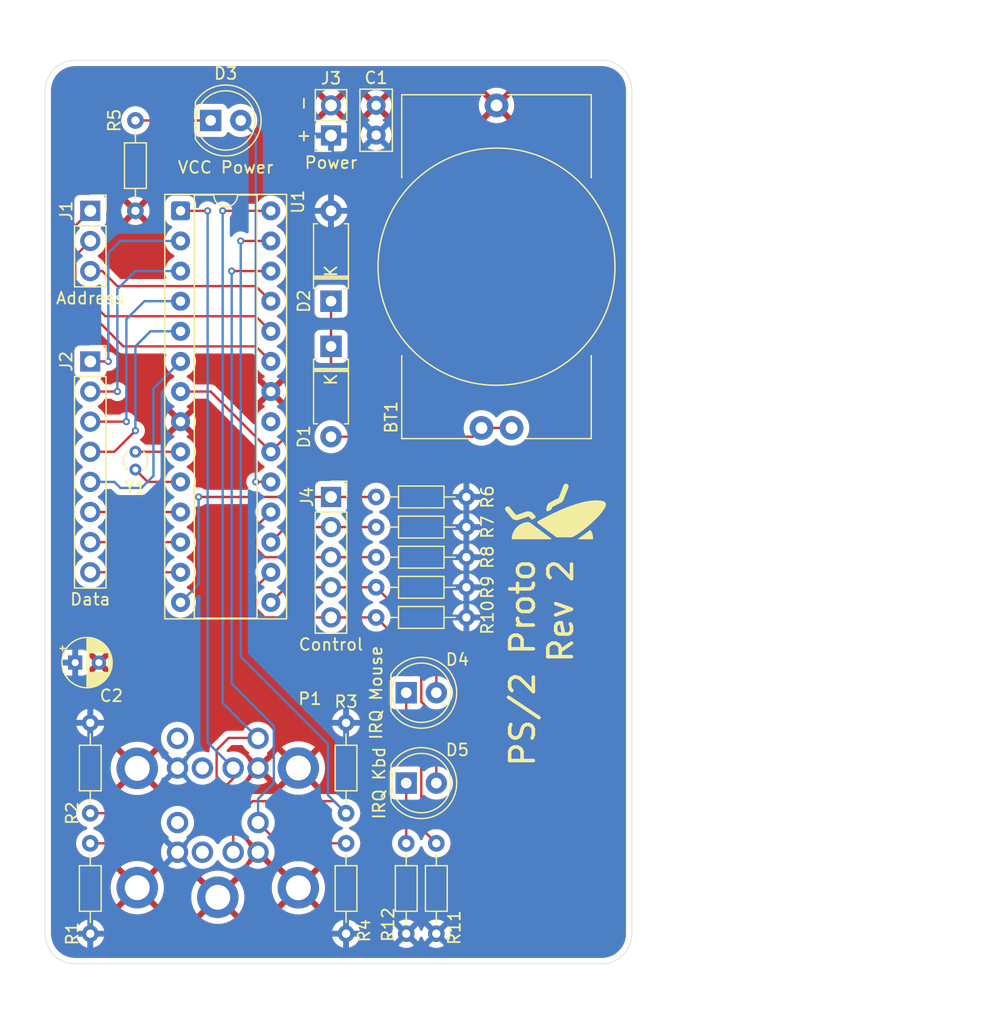
<source format=kicad_pcb>
(kicad_pcb (version 20241229) (generator "pcbnew") (generator_version "9.0")
  (layers (0 "F.Cu" signal) (2 "B.Cu" signal) (13 "F.Paste" user) (15 "B.Paste" user) (5 "F.SilkS" user "F.Silkscreen") (7 "B.SilkS" user "B.Silkscreen") (1 "F.Mask" user) (3 "B.Mask" user) (25 "Edge.Cuts" user))
  (net 0 "")
  (net 1 "VCC")
  (net 2 "GND")
  (net 3 "Net-(BT1-+)")
  (net 4 "Net-(D1-K)")
  (net 5 "/PS2_M_CLK")
  (net 6 "/PS2_M_DATA")
  (net 7 "/PS2_KB_CLK")
  (net 8 "/PS2_KB_DATA")
  (net 9 "/A1")
  (net 10 "/D0")
  (net 11 "/D2")
  (net 12 "/D3")
  (net 13 "/D5")
  (net 14 "/~{INT_PS2_KB}")
  (net 15 "/A2")
  (net 16 "/~{RD}")
  (net 17 "/A0")
  (net 18 "/D6")
  (net 19 "/~{INT_PS2_M}")
  (net 20 "/D7")
  (net 21 "/D1")
  (net 22 "/~{WR}")
  (net 23 "/~{PS2_EN}")
  (net 24 "/D4")
  (net 25 "Net-(D3-A)")
  (net 26 "Net-(D3-K)")
  (net 27 "Net-(D4-K)")
  (net 28 "Net-(D5-K)")
  (net 33 "Net-(U1-XTAL1{slash}PB6)")
  (net 35 "Net-(U1-XTAL2{slash}PB7)")
  (footprint "Connector_PinSocket_2.54mm:PinSocket_1x03_P2.54mm_Vertical" (layer "F.Cu") (at 24.13 132.08)
    (property "Reference" "J1" (at -2.032 0 90) (layer "F.SilkS"))
    (property "Value" "Address" (at 0 7.366 0) (layer "F.SilkS"))
    (pad "1" thru_hole rect (at 0 0) (size 1.7 1.7) (drill 1) (layers "*.Cu" "*.Mask") (net 17 "/A0"))
    (pad "2" thru_hole circle (at 0 2.54) (size 1.7 1.7) (drill 1) (layers "*.Cu" "*.Mask") (net 9 "/A1"))
    (pad "3" thru_hole circle (at 0 5.08) (size 1.7 1.7) (drill 1) (layers "*.Cu" "*.Mask") (net 15 "/A2"))
  )
  (footprint "Package_DIP:DIP-28_W7.62mm_Socket" (layer "F.Cu") (at 31.75 132.08)
    (property "Reference" "U1" (at 9.906 -0.762 90) (layer "F.SilkS"))
    (property "Value" "ATmega88")
    (pad "1" thru_hole roundrect (at 0 0) (size 1.6 1.6) (drill 0.8) (layers "*.Cu" "*.Mask") (roundrect_rratio 0.15625) (net 6 "/PS2_M_DATA"))
    (pad "2" thru_hole circle (at 0 2.54) (size 1.6 1.6) (drill 0.8) (layers "*.Cu" "*.Mask") (net 10 "/D0"))
    (pad "3" thru_hole circle (at 0 5.08) (size 1.6 1.6) (drill 0.8) (layers "*.Cu" "*.Mask") (net 21 "/D1"))
    (pad "4" thru_hole circle (at 0 7.62) (size 1.6 1.6) (drill 0.8) (layers "*.Cu" "*.Mask") (net 11 "/D2"))
    (pad "5" thru_hole circle (at 0 10.16) (size 1.6 1.6) (drill 0.8) (layers "*.Cu" "*.Mask") (net 12 "/D3"))
    (pad "6" thru_hole circle (at 0 12.7) (size 1.6 1.6) (drill 0.8) (layers "*.Cu" "*.Mask") (net 24 "/D4"))
    (pad "7" thru_hole circle (at 0 15.24) (size 1.6 1.6) (drill 0.8) (layers "*.Cu" "*.Mask") (net 4 "Net-(D1-K)"))
    (pad "8" thru_hole circle (at 0 17.78) (size 1.6 1.6) (drill 0.8) (layers "*.Cu" "*.Mask") (net 2 "GND"))
    (pad "9" thru_hole circle (at 0 20.32) (size 1.6 1.6) (drill 0.8) (layers "*.Cu" "*.Mask") (net 33 "Net-(U1-XTAL1{slash}PB6)"))
    (pad "10" thru_hole circle (at 0 22.86) (size 1.6 1.6) (drill 0.8) (layers "*.Cu" "*.Mask") (net 35 "Net-(U1-XTAL2{slash}PB7)"))
    (pad "11" thru_hole circle (at 0 25.4) (size 1.6 1.6) (drill 0.8) (layers "*.Cu" "*.Mask") (net 13 "/D5"))
    (pad "12" thru_hole circle (at 0 27.94) (size 1.6 1.6) (drill 0.8) (layers "*.Cu" "*.Mask") (net 18 "/D6"))
    (pad "13" thru_hole circle (at 0 30.48) (size 1.6 1.6) (drill 0.8) (layers "*.Cu" "*.Mask") (net 20 "/D7"))
    (pad "14" thru_hole circle (at 0 33.02) (size 1.6 1.6) (drill 0.8) (layers "*.Cu" "*.Mask") (net 23 "/~{PS2_EN}"))
    (pad "15" thru_hole circle (at 7.62 33.02) (size 1.6 1.6) (drill 0.8) (layers "*.Cu" "*.Mask") (net 19 "/~{INT_PS2_M}"))
    (pad "16" thru_hole circle (at 7.62 30.48) (size 1.6 1.6) (drill 0.8) (layers "*.Cu" "*.Mask") (net 14 "/~{INT_PS2_KB}"))
    (pad "17" thru_hole circle (at 7.62 27.94) (size 1.6 1.6) (drill 0.8) (layers "*.Cu" "*.Mask") (net 16 "/~{RD}"))
    (pad "18" thru_hole circle (at 7.62 25.4) (size 1.6 1.6) (drill 0.8) (layers "*.Cu" "*.Mask") (net 22 "/~{WR}"))
    (pad "19" thru_hole circle (at 7.62 22.86) (size 1.6 1.6) (drill 0.8) (layers "*.Cu" "*.Mask") (net 25 "Net-(D3-A)"))
    (pad "20" thru_hole circle (at 7.62 20.32) (size 1.6 1.6) (drill 0.8) (layers "*.Cu" "*.Mask") (net 4 "Net-(D1-K)"))
    (pad "21" thru_hole circle (at 7.62 17.78) (size 1.6 1.6) (drill 0.8) (layers "*.Cu" "*.Mask"))
    (pad "22" thru_hole circle (at 7.62 15.24) (size 1.6 1.6) (drill 0.8) (layers "*.Cu" "*.Mask") (net 2 "GND"))
    (pad "23" thru_hole circle (at 7.62 12.7) (size 1.6 1.6) (drill 0.8) (layers "*.Cu" "*.Mask") (net 17 "/A0"))
    (pad "24" thru_hole circle (at 7.62 10.16) (size 1.6 1.6) (drill 0.8) (layers "*.Cu" "*.Mask") (net 9 "/A1"))
    (pad "25" thru_hole circle (at 7.62 7.62) (size 1.6 1.6) (drill 0.8) (layers "*.Cu" "*.Mask") (net 15 "/A2"))
    (pad "26" thru_hole circle (at 7.62 5.08) (size 1.6 1.6) (drill 0.8) (layers "*.Cu" "*.Mask") (net 7 "/PS2_KB_CLK"))
    (pad "27" thru_hole circle (at 7.62 2.54) (size 1.6 1.6) (drill 0.8) (layers "*.Cu" "*.Mask") (net 8 "/PS2_KB_DATA"))
    (pad "28" thru_hole circle (at 7.62 0) (size 1.6 1.6) (drill 0.8) (layers "*.Cu" "*.Mask") (net 5 "/PS2_M_CLK"))
  )
  (footprint "Resistor_THT:R_Axial_DIN0204_L3.6mm_D1.6mm_P7.62mm_Horizontal" (layer "F.Cu") (at 48.26 158.75)
    (property "Reference" "R7" (at 9.398 0 90) (layer "F.SilkS"))
    (property "Value" "10k" (hide yes))
    (pad "1" thru_hole circle (at 0 0) (size 1.4 1.4) (drill 0.7) (layers "*.Cu" "*.Mask") (net 16 "/~{RD}"))
    (pad "2" thru_hole oval (at 7.62 0) (size 1.4 1.4) (drill 0.7) (layers "*.Cu" "*.Mask") (net 1 "VCC"))
  )
  (footprint "Resistor_THT:R_Axial_DIN0204_L3.6mm_D1.6mm_P7.62mm_Horizontal" (layer "F.Cu") (at 27.94 132.08 90)
    (property "Reference" "R5" (at 7.62 -1.778 90) (layer "F.SilkS"))
    (property "Value" "470" (hide yes))
    (pad "1" thru_hole circle (at 0 0 90) (size 1.4 1.4) (drill 0.7) (layers "*.Cu" "*.Mask") (net 2 "GND"))
    (pad "2" thru_hole oval (at 7.62 0 90) (size 1.4 1.4) (drill 0.7) (layers "*.Cu" "*.Mask") (net 26 "Net-(D3-K)"))
  )
  (footprint "PS2:HU2032-CoinCellHolder" (layer "F.Cu") (at 58.42 136.79 90)
    (property "Reference" "BT1" (at -12.7 -8.89 90) (layer "F.SilkS"))
    (property "Value" "2032")
    (pad "1" thru_hole circle (at -13.6 -1.27 90) (size 2 2) (drill 1) (layers "*.Cu" "*.Mask") (net 3 "Net-(BT1-+)"))
    (pad "1" thru_hole circle (at -13.6 1.27 90) (size 2 2) (drill 1) (layers "*.Cu" "*.Mask") (net 3 "Net-(BT1-+)"))
    (pad "2" thru_hole circle (at 13.6 0 90) (size 2 2) (drill 1) (layers "*.Cu" "*.Mask") (net 2 "GND"))
  )
  (footprint "PS2:2xPS2-Mini-Din" (layer "F.Cu") (at 34.895 194.67)
    (property "Reference" "P1" (at 7.777 -21.442 0) (layer "F.SilkS"))
    (property "Value" "~" (hide yes))
    (pad "1" thru_hole circle (at 1.3 -15.6 180) (size 1.8 1.8) (drill 1.1) (layers "*.Cu" "*.Mask") (net 6 "/PS2_M_DATA"))
    (pad "2" thru_hole circle (at -1.3 -15.6 180) (size 1.8 1.8) (drill 1.1) (layers "*.Cu" "*.Mask"))
    (pad "3" thru_hole circle (at 3.4 -15.6 180) (size 1.8 1.8) (drill 1.1) (layers "*.Cu" "*.Mask") (net 2 "GND"))
    (pad "4" thru_hole circle (at -3.4 -15.6 180) (size 1.8 1.8) (drill 1.1) (layers "*.Cu" "*.Mask") (net 1 "VCC"))
    (pad "5" thru_hole circle (at 3.4 -18.1 180) (size 1.8 1.8) (drill 1.1) (layers "*.Cu" "*.Mask") (net 5 "/PS2_M_CLK"))
    (pad "6" thru_hole circle (at -3.4 -18.1 180) (size 1.8 1.8) (drill 1.1) (layers "*.Cu" "*.Mask"))
    (pad "7" thru_hole circle (at 1.3 -8.5 180) (size 1.8 1.8) (drill 1.1) (layers "*.Cu" "*.Mask") (net 8 "/PS2_KB_DATA"))
    (pad "8" thru_hole circle (at -1.3 -8.5 180) (size 1.8 1.8) (drill 1.1) (layers "*.Cu" "*.Mask"))
    (pad "9" thru_hole circle (at 3.4 -8.5 180) (size 1.8 1.8) (drill 1.1) (layers "*.Cu" "*.Mask") (net 2 "GND"))
    (pad "10" thru_hole circle (at -3.4 -8.5 180) (size 1.8 1.8) (drill 1.1) (layers "*.Cu" "*.Mask") (net 1 "VCC"))
    (pad "11" thru_hole circle (at 3.4 -11 180) (size 1.8 1.8) (drill 1.1) (layers "*.Cu" "*.Mask") (net 7 "/PS2_KB_CLK"))
    (pad "12" thru_hole circle (at -3.4 -11 180) (size 1.8 1.8) (drill 1.1) (layers "*.Cu" "*.Mask"))
    (pad "G" thru_hole circle (at -6.8 -15.57) (size 3.5 3.5) (drill 2.1) (layers "*.Cu" "*.Mask") (net 2 "GND"))
    (pad "G" thru_hole circle (at -6.8 -5.51) (size 3.5 3.5) (drill 2.1) (layers "*.Cu" "*.Mask") (net 2 "GND"))
    (pad "G" thru_hole circle (at 0 -4.7) (size 3.5 3.5) (drill 2.1) (layers "*.Cu" "*.Mask") (net 2 "GND"))
    (pad "G" thru_hole circle (at 6.8 -15.6) (size 3.5 3.5) (drill 2.1) (layers "*.Cu" "*.Mask") (net 2 "GND"))
    (pad "G" thru_hole circle (at 6.8 -5.5) (size 3.5 3.5) (drill 2.1) (layers "*.Cu" "*.Mask") (net 2 "GND"))
  )
  (footprint "LED_THT:LED_D5.0mm" (layer "F.Cu") (at 50.8 172.72)
    (property "Reference" "D4" (at 4.318 -2.794 0) (layer "F.SilkS"))
    (property "Value" "IRQ Mouse" (at -2.54 0 90) (layer "F.SilkS"))
    (pad "1" thru_hole rect (at 0 0) (size 1.8 1.8) (drill 0.9) (layers "*.Cu" "*.Mask") (net 27 "Net-(D4-K)"))
    (pad "2" thru_hole circle (at 2.54 0) (size 1.8 1.8) (drill 0.9) (layers "*.Cu" "*.Mask") (net 19 "/~{INT_PS2_M}"))
  )
  (footprint "Resistor_THT:R_Axial_DIN0204_L3.6mm_D1.6mm_P7.62mm_Horizontal" (layer "F.Cu") (at 48.26 156.21)
    (property "Reference" "R6" (at 9.398 0 90) (layer "F.SilkS"))
    (property "Value" "10k" (hide yes))
    (pad "1" thru_hole circle (at 0 0) (size 1.4 1.4) (drill 0.7) (layers "*.Cu" "*.Mask") (net 23 "/~{PS2_EN}"))
    (pad "2" thru_hole oval (at 7.62 0) (size 1.4 1.4) (drill 0.7) (layers "*.Cu" "*.Mask") (net 1 "VCC"))
  )
  (footprint "Resistor_THT:R_Axial_DIN0204_L3.6mm_D1.6mm_P7.62mm_Horizontal" (layer "F.Cu") (at 48.26 166.37)
    (property "Reference" "R10" (at 9.398 0 90) (layer "F.SilkS"))
    (property "Value" "10k" (hide yes))
    (pad "1" thru_hole circle (at 0 0) (size 1.4 1.4) (drill 0.7) (layers "*.Cu" "*.Mask") (net 14 "/~{INT_PS2_KB}"))
    (pad "2" thru_hole oval (at 7.62 0) (size 1.4 1.4) (drill 0.7) (layers "*.Cu" "*.Mask") (net 1 "VCC"))
  )
  (footprint "Capacitor_THT:CP_Radial_D4.0mm_P2.00mm" (layer "F.Cu") (at 22.86 170.18)
    (property "Reference" "C2" (at 3.048 2.794 0) (layer "F.SilkS"))
    (property "Value" "10u" (hide yes))
    (pad "1" thru_hole rect (at 0 0) (size 1.2 1.2) (drill 0.6) (layers "*.Cu" "*.Mask") (net 1 "VCC"))
    (pad "2" thru_hole circle (at 2 0) (size 1.2 1.2) (drill 0.6) (layers "*.Cu" "*.Mask") (net 2 "GND"))
  )
  (footprint "Resistor_THT:R_Axial_DIN0204_L3.6mm_D1.6mm_P7.62mm_Horizontal" (layer "F.Cu") (at 48.26 161.29)
    (property "Reference" "R8" (at 9.398 0 90) (layer "F.SilkS"))
    (property "Value" "10k" (hide yes))
    (pad "1" thru_hole circle (at 0 0) (size 1.4 1.4) (drill 0.7) (layers "*.Cu" "*.Mask") (net 22 "/~{WR}"))
    (pad "2" thru_hole oval (at 7.62 0) (size 1.4 1.4) (drill 0.7) (layers "*.Cu" "*.Mask") (net 1 "VCC"))
  )
  (footprint "Resistor_THT:R_Axial_DIN0204_L3.6mm_D1.6mm_P7.62mm_Horizontal" (layer "F.Cu") (at 45.72 185.42 -90)
    (property "Reference" "R4" (at 7.366 -1.524 270) (layer "F.SilkS"))
    (property "Value" "10k" (hide yes))
    (pad "1" thru_hole circle (at 0 0 270) (size 1.4 1.4) (drill 0.7) (layers "*.Cu" "*.Mask") (net 7 "/PS2_KB_CLK"))
    (pad "2" thru_hole oval (at 7.62 0 270) (size 1.4 1.4) (drill 0.7) (layers "*.Cu" "*.Mask") (net 1 "VCC"))
  )
  (footprint "LED_THT:LED_D5.0mm" (layer "F.Cu") (at 50.8 180.34)
    (property "Reference" "D5" (at 4.318 -2.794 0) (layer "F.SilkS"))
    (property "Value" "IRQ Kbd" (at -2.286 0 90) (layer "F.SilkS"))
    (pad "1" thru_hole rect (at 0 0) (size 1.8 1.8) (drill 0.9) (layers "*.Cu" "*.Mask") (net 28 "Net-(D5-K)"))
    (pad "2" thru_hole circle (at 2.54 0) (size 1.8 1.8) (drill 0.9) (layers "*.Cu" "*.Mask") (net 14 "/~{INT_PS2_KB}"))
  )
  (footprint "Connector_PinSocket_2.54mm:PinSocket_1x08_P2.54mm_Vertical" (layer "F.Cu") (at 24.13 144.78)
    (property "Reference" "J2" (at -2.032 0 90) (layer "F.SilkS"))
    (property "Value" "Data" (at 0 20.066 0) (layer "F.SilkS"))
    (pad "1" thru_hole rect (at 0 0) (size 1.7 1.7) (drill 1) (layers "*.Cu" "*.Mask") (net 10 "/D0"))
    (pad "2" thru_hole circle (at 0 2.54) (size 1.7 1.7) (drill 1) (layers "*.Cu" "*.Mask") (net 21 "/D1"))
    (pad "3" thru_hole circle (at 0 5.08) (size 1.7 1.7) (drill 1) (layers "*.Cu" "*.Mask") (net 11 "/D2"))
    (pad "4" thru_hole circle (at 0 7.62) (size 1.7 1.7) (drill 1) (layers "*.Cu" "*.Mask") (net 12 "/D3"))
    (pad "5" thru_hole circle (at 0 10.16) (size 1.7 1.7) (drill 1) (layers "*.Cu" "*.Mask") (net 24 "/D4"))
    (pad "6" thru_hole circle (at 0 12.7) (size 1.7 1.7) (drill 1) (layers "*.Cu" "*.Mask") (net 13 "/D5"))
    (pad "7" thru_hole circle (at 0 15.24) (size 1.7 1.7) (drill 1) (layers "*.Cu" "*.Mask") (net 18 "/D6"))
    (pad "8" thru_hole circle (at 0 17.78) (size 1.7 1.7) (drill 1) (layers "*.Cu" "*.Mask") (net 20 "/D7"))
  )
  (footprint "Connector_PinSocket_2.54mm:PinSocket_1x05_P2.54mm_Vertical" (layer "F.Cu") (at 44.45 156.21)
    (property "Reference" "J4" (at -2.032 0 270) (layer "F.SilkS"))
    (property "Value" "Control" (at 0 12.446 180) (layer "F.SilkS"))
    (pad "1" thru_hole rect (at 0 0) (size 1.7 1.7) (drill 1) (layers "*.Cu" "*.Mask") (net 23 "/~{PS2_EN}"))
    (pad "2" thru_hole circle (at 0 2.54) (size 1.7 1.7) (drill 1) (layers "*.Cu" "*.Mask") (net 16 "/~{RD}"))
    (pad "3" thru_hole circle (at 0 5.08) (size 1.7 1.7) (drill 1) (layers "*.Cu" "*.Mask") (net 22 "/~{WR}"))
    (pad "4" thru_hole circle (at 0 7.62) (size 1.7 1.7) (drill 1) (layers "*.Cu" "*.Mask") (net 19 "/~{INT_PS2_M}"))
    (pad "5" thru_hole circle (at 0 10.16) (size 1.7 1.7) (drill 1) (layers "*.Cu" "*.Mask") (net 14 "/~{INT_PS2_KB}"))
  )
  (footprint "Resistor_THT:R_Axial_DIN0204_L3.6mm_D1.6mm_P7.62mm_Horizontal" (layer "F.Cu") (at 50.8 193.04 90)
    (property "Reference" "R12" (at 0.762 -1.524 90) (layer "F.SilkS"))
    (property "Value" "470" (hide yes))
    (pad "1" thru_hole circle (at 0 0 90) (size 1.4 1.4) (drill 0.7) (layers "*.Cu" "*.Mask") (net 1 "VCC"))
    (pad "2" thru_hole oval (at 7.62 0 90) (size 1.4 1.4) (drill 0.7) (layers "*.Cu" "*.Mask") (net 28 "Net-(D5-K)"))
  )
  (footprint "LED_THT:LED_D5.0mm" (layer "F.Cu") (at 34.29 124.46)
    (property "Reference" "D3" (at 1.27 -3.96 0) (layer "F.SilkS"))
    (property "Value" "VCC Power" (at 1.27 3.96 0) (layer "F.SilkS"))
    (pad "1" thru_hole rect (at 0 0) (size 1.8 1.8) (drill 0.9) (layers "*.Cu" "*.Mask") (net 26 "Net-(D3-K)"))
    (pad "2" thru_hole circle (at 2.54 0) (size 1.8 1.8) (drill 0.9) (layers "*.Cu" "*.Mask") (net 25 "Net-(D3-A)"))
  )
  (footprint "Diode_THT:D_A-405_P7.62mm_Horizontal" (layer "F.Cu") (at 44.45 143.51 -90)
    (property "Reference" "D1" (at 7.62 2.286 90) (layer "F.SilkS"))
    (property "Value" "BAT41" (hide yes))
    (fp_text user "K" (at 2.794 0 90) (layer "F.SilkS"))
    (pad "1" thru_hole rect (at 0 0 270) (size 1.8 1.8) (drill 0.9) (layers "*.Cu" "*.Mask") (net 4 "Net-(D1-K)"))
    (pad "2" thru_hole oval (at 7.62 0 270) (size 1.8 1.8) (drill 0.9) (layers "*.Cu" "*.Mask") (net 3 "Net-(BT1-+)"))
  )
  (footprint "Resistor_THT:R_Axial_DIN0204_L3.6mm_D1.6mm_P7.62mm_Horizontal" (layer "F.Cu") (at 24.13 185.42 -90)
    (property "Reference" "R1" (at 7.62 1.524 90) (layer "F.SilkS"))
    (property "Value" "10k" (hide yes))
    (pad "1" thru_hole circle (at 0 0 270) (size 1.4 1.4) (drill 0.7) (layers "*.Cu" "*.Mask") (net 6 "/PS2_M_DATA"))
    (pad "2" thru_hole oval (at 7.62 0 270) (size 1.4 1.4) (drill 0.7) (layers "*.Cu" "*.Mask") (net 1 "VCC"))
  )
  (footprint "PS2:fly_6mm" (layer "F.Cu") (at 63.5 157.48 90)
    (property "Reference" "G***" (hide yes))
    (property "Value" "LOGO" (hide yes))
  )
  (footprint "Capacitor_THT:C_Disc_D5.0mm_W2.5mm_P2.50mm" (layer "F.Cu") (at 48.26 125.69 90)
    (property "Reference" "C1" (at 4.826 0 180) (layer "F.SilkS"))
    (property "Value" "100n" (hide yes))
    (pad "1" thru_hole circle (at 0 0 90) (size 1.6 1.6) (drill 0.8) (layers "*.Cu" "*.Mask") (net 1 "VCC"))
    (pad "2" thru_hole circle (at 2.5 0 90) (size 1.6 1.6) (drill 0.8) (layers "*.Cu" "*.Mask") (net 2 "GND"))
  )
  (footprint "Resistor_THT:R_Axial_DIN0204_L3.6mm_D1.6mm_P7.62mm_Horizontal" (layer "F.Cu") (at 53.34 193.04 90)
    (property "Reference" "R11" (at 0.508 1.524 90) (layer "F.SilkS"))
    (property "Value" "470" (hide yes))
    (pad "1" thru_hole circle (at 0 0 90) (size 1.4 1.4) (drill 0.7) (layers "*.Cu" "*.Mask") (net 1 "VCC"))
    (pad "2" thru_hole oval (at 7.62 0 90) (size 1.4 1.4) (drill 0.7) (layers "*.Cu" "*.Mask") (net 27 "Net-(D4-K)"))
  )
  (footprint "Resistor_THT:R_Axial_DIN0204_L3.6mm_D1.6mm_P7.62mm_Horizontal" (layer "F.Cu") (at 45.72 182.88 90)
    (property "Reference" "R3" (at 9.398 0 180) (layer "F.SilkS"))
    (property "Value" "10k" (hide yes))
    (pad "1" thru_hole circle (at 0 0 90) (size 1.4 1.4) (drill 0.7) (layers "*.Cu" "*.Mask") (net 8 "/PS2_KB_DATA"))
    (pad "2" thru_hole oval (at 7.62 0 90) (size 1.4 1.4) (drill 0.7) (layers "*.Cu" "*.Mask") (net 1 "VCC"))
  )
  (footprint "Crystal:Crystal_DS10_D1.0mm_L4.3mm_Vertical" (layer "F.Cu") (at 27.94 152.4 -90)
    (property "Reference" "Y1" (at 3.048 0 180) (layer "F.SilkS"))
    (property "Value" "32.768kHz" (hide yes))
    (pad "1" thru_hole circle (at 0 0 270) (size 1 1) (drill 0.5) (layers "*.Cu" "*.Mask") (net 33 "Net-(U1-XTAL1{slash}PB6)"))
    (pad "2" thru_hole circle (at 1.5 0 270) (size 1 1) (drill 0.5) (layers "*.Cu" "*.Mask") (net 35 "Net-(U1-XTAL2{slash}PB7)"))
  )
  (footprint "Connector_PinSocket_2.54mm:PinSocket_1x02_P2.54mm_Vertical" (layer "F.Cu") (at 44.45 125.73 180)
    (property "Reference" "J3" (at 0 4.826 0) (layer "F.SilkS"))
    (property "Value" "Power" (at 0 -2.286 0) (layer "F.SilkS"))
    (pad "1" thru_hole rect (at 0 0 180) (size 1.7 1.7) (drill 1) (layers "*.Cu" "*.Mask") (net 1 "VCC"))
    (pad "2" thru_hole circle (at 0 2.54 180) (size 1.7 1.7) (drill 1) (layers "*.Cu" "*.Mask") (net 2 "GND"))
  )
  (footprint "Resistor_THT:R_Axial_DIN0204_L3.6mm_D1.6mm_P7.62mm_Horizontal" (layer "F.Cu") (at 24.13 182.88 90)
    (property "Reference" "R2" (at 0 -1.524 90) (layer "F.SilkS"))
    (property "Value" "10k" (hide yes))
    (pad "1" thru_hole circle (at 0 0 90) (size 1.4 1.4) (drill 0.7) (layers "*.Cu" "*.Mask") (net 5 "/PS2_M_CLK"))
    (pad "2" thru_hole oval (at 7.62 0 90) (size 1.4 1.4) (drill 0.7) (layers "*.Cu" "*.Mask") (net 1 "VCC"))
  )
  (footprint "Resistor_THT:R_Axial_DIN0204_L3.6mm_D1.6mm_P7.62mm_Horizontal" (layer "F.Cu") (at 48.26 163.83)
    (property "Reference" "R9" (at 9.398 0 90) (layer "F.SilkS"))
    (property "Value" "10k" (hide yes))
    (pad "1" thru_hole circle (at 0 0) (size 1.4 1.4) (drill 0.7) (layers "*.Cu" "*.Mask") (net 19 "/~{INT_PS2_M}"))
    (pad "2" thru_hole oval (at 7.62 0) (size 1.4 1.4) (drill 0.7) (layers "*.Cu" "*.Mask") (net 1 "VCC"))
  )
  (footprint "Diode_THT:D_A-405_P7.62mm_Horizontal" (layer "F.Cu") (at 44.45 139.7 90)
    (property "Reference" "D2" (at 0 -2.286 90) (layer "F.SilkS"))
    (property "Value" "BAT41" (hide yes))
    (fp_text user "K" (at 2.54 0 90) (layer "F.SilkS"))
    (pad "1" thru_hole rect (at 0 0 90) (size 1.8 1.8) (drill 0.9) (layers "*.Cu" "*.Mask") (net 4 "Net-(D1-K)"))
    (pad "2" thru_hole oval (at 7.62 0 90) (size 1.8 1.8) (drill 0.9) (layers "*.Cu" "*.Mask") (net 1 "VCC"))
  )
  (gr_arc (start 22.86 195.58) (mid 21.063949 194.836051) (end 20.32 193.04) (stroke (width 0.05)) (layer "Edge.Cuts"))
  (gr_line (start 69.85 193.04) (end 69.85 121.92) (stroke (width 0.05)) (layer "Edge.Cuts"))
  (gr_arc (start 69.85 193.04) (mid 69.106051 194.836051) (end 67.31 195.58) (stroke (width 0.05)) (layer "Edge.Cuts"))
  (gr_arc (start 20.32 121.92) (mid 21.063949 120.123949) (end 22.86 119.38) (stroke (width 0.05)) (layer "Edge.Cuts"))
  (gr_line (start 67.31 119.38) (end 22.86 119.38) (stroke (width 0.05)) (layer "Edge.Cuts"))
  (gr_line (start 22.86 195.58) (end 67.31 195.58) (stroke (width 0.05)) (layer "Edge.Cuts"))
  (gr_line (start 20.32 121.92) (end 20.32 193.04) (stroke (width 0.05)) (layer "Edge.Cuts"))
  (gr_arc (start 67.31 119.38) (mid 69.106051 120.123949) (end 69.85 121.92) (stroke (width 0.05)) (layer "Edge.Cuts"))
  (gr_text "PS/2 Proto\nRev 2" (at 62.23 161.29 90) (layer "F.SilkS") (effects (font (size 2 2) (thickness 0.3)) (justify right)))
  (gr_text "+  -" (at 42.672 126.492 90) (layer "F.SilkS") (effects (font (size 1 1)) (justify left bottom)))
  (segment (start 44.45 151.13) (end 56.41 151.13) (width 0.2) (layer "F.Cu") (net 3))
  (segment (start 56.41 151.13) (end 57.15 150.39) (width 0.2) (layer "F.Cu") (net 3))
  (segment (start 59.69 150.39) (end 57.15 150.39) (width 0.2) (layer "F.Cu") (net 3))
  (segment (start 39.37 152.4) (end 44.45 147.32) (width 0.2) (layer "F.Cu") (net 4))
  (segment (start 44.45 147.32) (end 44.45 143.51) (width 0.2) (layer "F.Cu") (net 4))
  (segment (start 44.45 139.7) (end 44.45 143.51) (width 0.2) (layer "F.Cu") (net 4))
  (segment (start 39.37 152.4) (end 34.29 147.32) (width 0.2) (layer "F.Cu") (net 4))
  (segment (start 34.29 147.32) (end 31.75 147.32) (width 0.2) (layer "F.Cu") (net 4))
  (segment (start 30.48 181.102) (end 33.782 181.102) (width 0.2) (layer "F.Cu") (net 5))
  (segment (start 38.255 176.53) (end 38.295 176.57) (width 0.2) (layer "F.Cu") (net 5))
  (segment (start 24.13 182.88) (end 28.702 182.88) (width 0.2) (layer "F.Cu") (net 5))
  (segment (start 35.306 132.08) (end 39.37 132.08) (width 0.2) (layer "F.Cu") (net 5))
  (segment (start 33.782 181.102) (end 34.798 180.086) (width 0.2) (layer "F.Cu") (net 5))
  (segment (start 34.798 177.546) (end 35.814 176.53) (width 0.2) (layer "F.Cu") (net 5))
  (segment (start 34.798 180.086) (end 34.798 177.546) (width 0.2) (layer "F.Cu") (net 5))
  (segment (start 35.814 176.53) (end 38.255 176.53) (width 0.2) (layer "F.Cu") (net 5))
  (segment (start 28.702 182.88) (end 30.48 181.102) (width 0.2) (layer "F.Cu") (net 5))
  (via (at 35.306 132.08) (size 0.6) (drill 0.3) (layers "F.Cu" "B.Cu") (net 5))
  (segment (start 35.306 173.581) (end 35.306 132.08) (width 0.2) (layer "B.Cu") (net 5))
  (segment (start 38.295 176.57) (end 35.306 173.581) (width 0.2) (layer "B.Cu") (net 5))
  (segment (start 36.195 179.07) (end 36.195 179.959) (width 0.2) (layer "F.Cu") (net 6))
  (segment (start 36.195 179.959) (end 34.036 182.118) (width 0.2) (layer "F.Cu") (net 6))
  (segment (start 34.036 182.118) (end 30.734 182.118) (width 0.2) (layer "F.Cu") (net 6))
  (segment (start 30.734 182.118) (end 27.432 185.42) (width 0.2) (layer "F.Cu") (net 6))
  (segment (start 31.75 132.08) (end 34.036 132.08) (width 0.2) (layer "F.Cu") (net 6))
  (segment (start 27.432 185.42) (end 24.13 185.42) (width 0.2) (layer "F.Cu") (net 6))
  (via (at 34.036 132.08) (size 0.6) (drill 0.3) (layers "F.Cu" "B.Cu") (net 6))
  (segment (start 34.036 132.08) (end 34.036 176.911) (width 0.2) (layer "B.Cu") (net 6))
  (segment (start 34.036 176.911) (end 36.195 179.07) (width 0.2) (layer "B.Cu") (net 6))
  (segment (start 40.045 185.42) (end 38.295 183.67) (width 0.2) (layer "F.Cu") (net 7))
  (segment (start 45.72 185.42) (end 40.045 185.42) (width 0.2) (layer "F.Cu") (net 7))
  (segment (start 36.068 137.16) (end 39.37 137.16) (width 0.2) (layer "F.Cu") (net 7))
  (via (at 36.068 137.16) (size 0.6) (drill 0.3) (layers "F.Cu" "B.Cu") (net 7))
  (segment (start 39.624 180.34) (end 38.295 181.669) (width 0.2) (layer "B.Cu") (net 7))
  (segment (start 39.624 175.514) (end 39.624 180.34) (width 0.2) (layer "B.Cu") (net 7))
  (segment (start 36.068 137.16) (end 36.068 171.958) (width 0.2) (layer "B.Cu") (net 7))
  (segment (start 38.295 181.669) (end 38.295 183.67) (width 0.2) (layer "B.Cu") (net 7))
  (segment (start 36.068 171.958) (end 39.624 175.514) (width 0.2) (layer "B.Cu") (net 7))
  (segment (start 37.846 181.864) (end 44.704 181.864) (width 0.2) (layer "F.Cu") (net 8))
  (segment (start 44.704 181.864) (end 45.72 182.88) (width 0.2) (layer "F.Cu") (net 8))
  (segment (start 36.83 134.62) (end 39.37 134.62) (width 0.2) (layer "F.Cu") (net 8))
  (segment (start 36.195 186.17) (end 36.195 183.515) (width 0.2) (layer "F.Cu") (net 8))
  (segment (start 36.195 183.515) (end 37.846 181.864) (width 0.2) (layer "F.Cu") (net 8))
  (via (at 36.83 134.62) (size 0.6) (drill 0.3) (layers "F.Cu" "B.Cu") (net 8))
  (segment (start 36.83 169.672) (end 36.83 134.62) (width 0.2) (layer "B.Cu") (net 8))
  (segment (start 45.72 182.88) (end 44.196 181.356) (width 0.2) (layer "B.Cu") (net 8))
  (segment (start 44.196 177.038) (end 36.83 169.672) (width 0.2) (layer "B.Cu") (net 8))
  (segment (start 44.196 181.356) (end 44.196 177.038) (width 0.2) (layer "B.Cu") (net 8))
  (segment (start 22.86 135.89) (end 22.86 138.43) (width 0.2) (layer "F.Cu") (net 9))
  (segment (start 38.1 140.97) (end 39.37 142.24) (width 0.2) (layer "F.Cu") (net 9))
  (segment (start 22.86 138.43) (end 25.4 140.97) (width 0.2) (layer "F.Cu") (net 9))
  (segment (start 25.4 140.97) (end 38.1 140.97) (width 0.2) (layer "F.Cu") (net 9))
  (segment (start 24.13 134.62) (end 22.86 135.89) (width 0.2) (layer "F.Cu") (net 9))
  (segment (start 24.13 144.78) (end 25.654 144.78) (width 0.2) (layer "F.Cu") (net 10))
  (via (at 25.654 144.78) (size 0.6) (drill 0.3) (layers "F.Cu" "B.Cu") (net 10))
  (segment (start 25.654 144.78) (end 25.654 135.636) (width 0.2) (layer "B.Cu") (net 10))
  (segment (start 25.654 135.636) (end 26.67 134.62) (width 0.2) (layer "B.Cu") (net 10))
  (segment (start 26.67 134.62) (end 31.75 134.62) (width 0.2) (layer "B.Cu") (net 10))
  (segment (start 24.13 149.86) (end 27.178 149.86) (width 0.2) (layer "F.Cu") (net 11))
  (via (at 27.178 149.86) (size 0.6) (drill 0.3) (layers "F.Cu" "B.Cu") (net 11))
  (segment (start 27.178 149.86) (end 27.178 141.224) (width 0.2) (layer "B.Cu") (net 11))
  (segment (start 27.178 141.224) (end 28.702 139.7) (width 0.2) (layer "B.Cu") (net 11))
  (segment (start 28.702 139.7) (end 31.75 139.7) (width 0.2) (layer "B.Cu") (net 11))
  (segment (start 26.162 152.4) (end 27.94 150.622) (width 0.2) (layer "F.Cu") (net 12))
  (segment (start 24.13 152.4) (end 26.162 152.4) (width 0.2) (layer "F.Cu") (net 12))
  (via (at 27.94 150.622) (size 0.6) (drill 0.3) (layers "F.Cu" "B.Cu") (net 12))
  (segment (start 27.94 150.622) (end 27.94 143.51) (width 0.2) (layer "B.Cu") (net 12))
  (segment (start 27.94 143.51) (end 29.21 142.24) (width 0.2) (layer "B.Cu") (net 12))
  (segment (start 29.21 142.24) (end 31.75 142.24) (width 0.2) (layer "B.Cu") (net 12))
  (segment (start 31.75 157.48) (end 24.13 157.48) (width 0.2) (layer "F.Cu") (net 13))
  (segment (start 38.1 165.608) (end 38.1 163.83) (width 0.2) (layer "F.Cu") (net 14))
  (segment (start 44.45 166.37) (end 38.862 166.37) (width 0.2) (layer "F.Cu") (net 14))
  (segment (start 38.1 163.83) (end 39.37 162.56) (width 0.2) (layer "F.Cu") (net 14))
  (segment (start 38.862 166.37) (end 38.1 165.608) (width 0.2) (layer "F.Cu") (net 14))
  (segment (start 53.34 174.752) (end 53.34 180.34) (width 0.2) (layer "F.Cu") (net 14))
  (segment (start 48.26 166.37) (end 52.07 170.18) (width 0.2) (layer "F.Cu") (net 14))
  (segment (start 48.26 166.37) (end 44.45 166.37) (width 0.2) (layer "F.Cu") (net 14))
  (segment (start 52.07 173.482) (end 53.34 174.752) (width 0.2) (layer "F.Cu") (net 14))
  (segment (start 52.07 170.18) (end 52.07 173.482) (width 0.2) (layer "F.Cu") (net 14))
  (segment (start 24.13 137.16) (end 25.146 137.16) (width 0.2) (layer "F.Cu") (net 15))
  (segment (start 38.1 138.43) (end 39.37 139.7) (width 0.2) (layer "F.Cu") (net 15))
  (segment (start 25.146 137.16) (end 26.416 138.43) (width 0.2) (layer "F.Cu") (net 15))
  (segment (start 26.416 138.43) (end 38.1 138.43) (width 0.2) (layer "F.Cu") (net 15))
  (segment (start 40.64 158.75) (end 39.37 160.02) (width 0.2) (layer "F.Cu") (net 16))
  (segment (start 44.45 158.75) (end 40.64 158.75) (width 0.2) (layer "F.Cu") (net 16))
  (segment (start 48.26 158.75) (end 44.45 158.75) (width 0.2) (layer "F.Cu") (net 16))
  (segment (start 38.1 143.51) (end 39.37 144.78) (width 0.2) (layer "F.Cu") (net 17))
  (segment (start 22.352 138.938) (end 26.924 143.51) (width 0.2) (layer "F.Cu") (net 17))
  (segment (start 26.924 143.51) (end 38.1 143.51) (width 0.2) (layer "F.Cu") (net 17))
  (segment (start 22.352 133.858) (end 22.352 138.938) (width 0.2) (layer "F.Cu") (net 17))
  (segment (start 24.13 132.08) (end 22.352 133.858) (width 0.2) (layer "F.Cu") (net 17))
  (segment (start 31.75 160.02) (end 24.13 160.02) (width 0.2) (layer "F.Cu") (net 18))
  (segment (start 48.26 163.83) (end 44.45 163.83) (width 0.2) (layer "F.Cu") (net 19))
  (segment (start 44.45 163.83) (end 40.64 163.83) (width 0.2) (layer "F.Cu") (net 19))
  (segment (start 53.34 172.72) (end 53.34 168.91) (width 0.2) (layer "F.Cu") (net 19))
  (segment (start 40.64 163.83) (end 39.37 165.1) (width 0.2) (layer "F.Cu") (net 19))
  (segment (start 53.34 168.91) (end 48.26 163.83) (width 0.2) (layer "F.Cu") (net 19))
  (segment (start 31.75 162.56) (end 24.13 162.56) (width 0.2) (layer "F.Cu") (net 20))
  (segment (start 24.13 147.32) (end 26.416 147.32) (width 0.2) (layer "F.Cu") (net 21))
  (via (at 26.416 147.32) (size 0.6) (drill 0.3) (layers "F.Cu" "B.Cu") (net 21))
  (segment (start 26.416 138.684) (end 27.94 137.16) (width 0.2) (layer "B.Cu") (net 21))
  (segment (start 26.416 147.32) (end 26.416 138.684) (width 0.2) (layer "B.Cu") (net 21))
  (segment (start 27.94 137.16) (end 31.75 137.16) (width 0.2) (layer "B.Cu") (net 21))
  (segment (start 38.862 161.29) (end 38.1 160.528) (width 0.2) (layer "F.Cu") (net 22))
  (segment (start 48.26 161.29) (end 44.45 161.29) (width 0.2) (layer "F.Cu") (net 22))
  (segment (start 38.1 160.528) (end 38.1 158.75) (width 0.2) (layer "F.Cu") (net 22))
  (segment (start 38.1 158.75) (end 39.37 157.48) (width 0.2) (layer "F.Cu") (net 22))
  (segment (start 44.45 161.29) (end 38.862 161.29) (width 0.2) (layer "F.Cu") (net 22))
  (segment (start 44.45 156.21) (end 33.274 156.21) (width 0.2) (layer "F.Cu") (net 23))
  (segment (start 48.26 156.21) (end 44.45 156.21) (width 0.2) (layer "F.Cu") (net 23))
  (via (at 33.274 156.21) (size 0.6) (drill 0.3) (layers "F.Cu" "B.Cu") (net 23))
  (segment (start 33.274 163.576) (end 31.75 165.1) (width 0.2) (layer "B.Cu") (net 23))
  (segment (start 33.274 156.21) (end 33.274 163.576) (width 0.2) (layer "B.Cu") (net 23))
  (segment (start 31.75 145.034) (end 31.75 144.78) (width 0.2) (layer "F.Cu") (net 24))
  (segment (start 28.448 155.448) (end 29.464 154.432) (width 0.2) (layer "B.Cu") (net 24))
  (segment (start 26.162 154.94) (end 26.67 155.448) (width 0.2) (layer "B.Cu") (net 24))
  (segment (start 29.464 154.432) (end 29.464 147.066) (width 0.2) (layer "B.Cu") (net 24))
  (segment (start 29.464 147.066) (end 31.75 144.78) (width 0.2) (layer "B.Cu") (net 24))
  (segment (start 24.13 154.94) (end 26.162 154.94) (width 0.2) (layer "B.Cu") (net 24))
  (segment (start 26.67 155.448) (end 28.448 155.448) (width 0.2) (layer "B.Cu") (net 24))
  (segment (start 38.1 154.94) (end 39.37 154.94) (width 0.2) (layer "F.Cu") (net 25))
  (via (at 38.1 154.94) (size 0.6) (drill 0.3) (layers "F.Cu" "B.Cu") (net 25))
  (segment (start 38.1 154.94) (end 38.1 125.73) (width 0.2) (layer "B.Cu") (net 25))
  (segment (start 38.1 125.73) (end 36.83 124.46) (width 0.2) (layer "B.Cu") (net 25))
  (segment (start 34.29 124.46) (end 27.94 124.46) (width 0.2) (layer "F.Cu") (net 26))
  (segment (start 52.07 184.15) (end 53.34 185.42) (width 0.2) (layer "F.Cu") (net 27))
  (segment (start 52.07 178.816) (end 52.07 184.15) (width 0.2) (layer "F.Cu") (net 27))
  (segment (start 50.8 177.546) (end 52.07 178.816) (width 0.2) (layer "F.Cu") (net 27))
  (segment (start 50.8 172.72) (end 50.8 177.546) (width 0.2) (layer "F.Cu") (net 27))
  (segment (start 50.8 180.34) (end 50.8 185.42) (width 0.2) (layer "F.Cu") (net 28))
  (segment (start 31.75 152.4) (end 27.94 152.4) (width 0.2) (layer "F.Cu") (net 33))
  (segment (start 28.98 154.94) (end 27.94 153.9) (width 0.2) (layer "F.Cu") (net 35))
  (segment (start 31.75 154.94) (end 28.98 154.94) (width 0.2) (layer "F.Cu") (net 35))
  (zone (net 2) (net_name "GND") (layer "F.Cu") (connect_pads (clearance 0.5)) (min_thickness 0.25) (fill yes (thermal_gap 0.5) (thermal_bridge_width 0.5))
    (polygon (pts (xy 16.51 114.3) (xy 17.78 200.66) (xy 100.33 199.39) (xy 99.06 114.3)))
  )
  (zone (net 1) (net_name "VCC") (layer "B.Cu") (priority 1) (connect_pads (clearance 0.5)) (min_thickness 0.25) (fill yes (thermal_gap 0.5) (thermal_bridge_width 0.5))
    (polygon (pts (xy 16.51 114.3) (xy 99.06 114.3) (xy 100.33 199.39) (xy 17.78 200.66)))
  )
)
</source>
